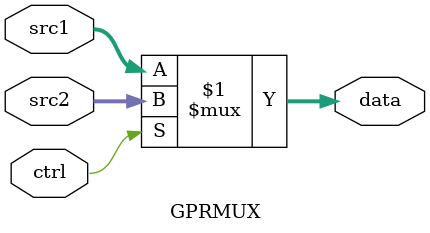
<source format=v>
module GPRMUX(
    // Outputs
    output [31:0] data,
    // Inputs
    input [31:0] src1,
    input [31:0] src2,
    input ctrl
);

    assign data = ctrl ? src2 : src1;

endmodule
</source>
